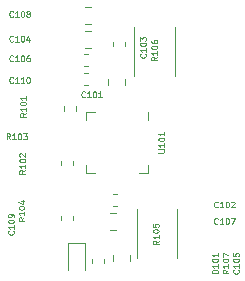
<source format=gbr>
G04 #@! TF.GenerationSoftware,KiCad,Pcbnew,(5.1.5)-3*
G04 #@! TF.CreationDate,2020-05-13T09:52:28+02:00*
G04 #@! TF.ProjectId,3D_Printer_Stepper_TMC2209,33445f50-7269-46e7-9465-725f53746570,rev?*
G04 #@! TF.SameCoordinates,Original*
G04 #@! TF.FileFunction,Legend,Top*
G04 #@! TF.FilePolarity,Positive*
%FSLAX46Y46*%
G04 Gerber Fmt 4.6, Leading zero omitted, Abs format (unit mm)*
G04 Created by KiCad (PCBNEW (5.1.5)-3) date 2020-05-13 09:52:28*
%MOMM*%
%LPD*%
G04 APERTURE LIST*
%ADD10C,0.120000*%
%ADD11C,0.125000*%
G04 APERTURE END LIST*
D10*
X31610000Y-34835000D02*
X31610000Y-35560000D01*
X31610000Y-35560000D02*
X30885000Y-35560000D01*
X26390000Y-31065000D02*
X26390000Y-30340000D01*
X26390000Y-30340000D02*
X27115000Y-30340000D01*
X26390000Y-34835000D02*
X26390000Y-35560000D01*
X26390000Y-35560000D02*
X27115000Y-35560000D01*
X31610000Y-31065000D02*
X31610000Y-30340000D01*
X29710000Y-27603922D02*
X29710000Y-28121078D01*
X28290000Y-27603922D02*
X28290000Y-28121078D01*
X28649721Y-37336000D02*
X28975279Y-37336000D01*
X28649721Y-38356000D02*
X28975279Y-38356000D01*
X28690000Y-24449721D02*
X28690000Y-24775279D01*
X29710000Y-24449721D02*
X29710000Y-24775279D01*
X26303922Y-24910000D02*
X26821078Y-24910000D01*
X26303922Y-23490000D02*
X26821078Y-23490000D01*
X28690000Y-42996078D02*
X28690000Y-42478922D01*
X30110000Y-42996078D02*
X30110000Y-42478922D01*
X26249721Y-26510000D02*
X26575279Y-26510000D01*
X26249721Y-25490000D02*
X26575279Y-25490000D01*
X28921078Y-38914000D02*
X28403922Y-38914000D01*
X28921078Y-40334000D02*
X28403922Y-40334000D01*
X26821078Y-22910000D02*
X26303922Y-22910000D01*
X26821078Y-21490000D02*
X26303922Y-21490000D01*
X24290000Y-39494779D02*
X24290000Y-39169221D01*
X25310000Y-39494779D02*
X25310000Y-39169221D01*
X26562779Y-28110000D02*
X26237221Y-28110000D01*
X26562779Y-27090000D02*
X26237221Y-27090000D01*
X26335000Y-43787500D02*
X26335000Y-41502500D01*
X26335000Y-41502500D02*
X24865000Y-41502500D01*
X24865000Y-41502500D02*
X24865000Y-43787500D01*
X25510000Y-29903733D02*
X25510000Y-30246267D01*
X24490000Y-29903733D02*
X24490000Y-30246267D01*
X24255000Y-34503733D02*
X24255000Y-34846267D01*
X25275000Y-34503733D02*
X25275000Y-34846267D01*
X34110000Y-42702064D02*
X34110000Y-38597936D01*
X30690000Y-42702064D02*
X30690000Y-38597936D01*
X33910000Y-23199936D02*
X33910000Y-27304064D01*
X30490000Y-23199936D02*
X30490000Y-27304064D01*
X27910000Y-42824721D02*
X27910000Y-43150279D01*
X26890000Y-42824721D02*
X26890000Y-43150279D01*
D11*
X32526190Y-33807142D02*
X32930952Y-33807142D01*
X32978571Y-33783333D01*
X33002380Y-33759523D01*
X33026190Y-33711904D01*
X33026190Y-33616666D01*
X33002380Y-33569047D01*
X32978571Y-33545238D01*
X32930952Y-33521428D01*
X32526190Y-33521428D01*
X33026190Y-33021428D02*
X33026190Y-33307142D01*
X33026190Y-33164285D02*
X32526190Y-33164285D01*
X32597619Y-33211904D01*
X32645238Y-33259523D01*
X32669047Y-33307142D01*
X32526190Y-32711904D02*
X32526190Y-32664285D01*
X32550000Y-32616666D01*
X32573809Y-32592857D01*
X32621428Y-32569047D01*
X32716666Y-32545238D01*
X32835714Y-32545238D01*
X32930952Y-32569047D01*
X32978571Y-32592857D01*
X33002380Y-32616666D01*
X33026190Y-32664285D01*
X33026190Y-32711904D01*
X33002380Y-32759523D01*
X32978571Y-32783333D01*
X32930952Y-32807142D01*
X32835714Y-32830952D01*
X32716666Y-32830952D01*
X32621428Y-32807142D01*
X32573809Y-32783333D01*
X32550000Y-32759523D01*
X32526190Y-32711904D01*
X33026190Y-32069047D02*
X33026190Y-32354761D01*
X33026190Y-32211904D02*
X32526190Y-32211904D01*
X32597619Y-32259523D01*
X32645238Y-32307142D01*
X32669047Y-32354761D01*
X26300976Y-29071071D02*
X26277166Y-29094880D01*
X26205738Y-29118690D01*
X26158119Y-29118690D01*
X26086690Y-29094880D01*
X26039071Y-29047261D01*
X26015261Y-28999642D01*
X25991452Y-28904404D01*
X25991452Y-28832976D01*
X26015261Y-28737738D01*
X26039071Y-28690119D01*
X26086690Y-28642500D01*
X26158119Y-28618690D01*
X26205738Y-28618690D01*
X26277166Y-28642500D01*
X26300976Y-28666309D01*
X26777166Y-29118690D02*
X26491452Y-29118690D01*
X26634309Y-29118690D02*
X26634309Y-28618690D01*
X26586690Y-28690119D01*
X26539071Y-28737738D01*
X26491452Y-28761547D01*
X27086690Y-28618690D02*
X27134309Y-28618690D01*
X27181928Y-28642500D01*
X27205738Y-28666309D01*
X27229547Y-28713928D01*
X27253357Y-28809166D01*
X27253357Y-28928214D01*
X27229547Y-29023452D01*
X27205738Y-29071071D01*
X27181928Y-29094880D01*
X27134309Y-29118690D01*
X27086690Y-29118690D01*
X27039071Y-29094880D01*
X27015261Y-29071071D01*
X26991452Y-29023452D01*
X26967642Y-28928214D01*
X26967642Y-28809166D01*
X26991452Y-28713928D01*
X27015261Y-28666309D01*
X27039071Y-28642500D01*
X27086690Y-28618690D01*
X27729547Y-29118690D02*
X27443833Y-29118690D01*
X27586690Y-29118690D02*
X27586690Y-28618690D01*
X27539071Y-28690119D01*
X27491452Y-28737738D01*
X27443833Y-28761547D01*
X37540476Y-38405571D02*
X37516666Y-38429380D01*
X37445238Y-38453190D01*
X37397619Y-38453190D01*
X37326190Y-38429380D01*
X37278571Y-38381761D01*
X37254761Y-38334142D01*
X37230952Y-38238904D01*
X37230952Y-38167476D01*
X37254761Y-38072238D01*
X37278571Y-38024619D01*
X37326190Y-37977000D01*
X37397619Y-37953190D01*
X37445238Y-37953190D01*
X37516666Y-37977000D01*
X37540476Y-38000809D01*
X38016666Y-38453190D02*
X37730952Y-38453190D01*
X37873809Y-38453190D02*
X37873809Y-37953190D01*
X37826190Y-38024619D01*
X37778571Y-38072238D01*
X37730952Y-38096047D01*
X38326190Y-37953190D02*
X38373809Y-37953190D01*
X38421428Y-37977000D01*
X38445238Y-38000809D01*
X38469047Y-38048428D01*
X38492857Y-38143666D01*
X38492857Y-38262714D01*
X38469047Y-38357952D01*
X38445238Y-38405571D01*
X38421428Y-38429380D01*
X38373809Y-38453190D01*
X38326190Y-38453190D01*
X38278571Y-38429380D01*
X38254761Y-38405571D01*
X38230952Y-38357952D01*
X38207142Y-38262714D01*
X38207142Y-38143666D01*
X38230952Y-38048428D01*
X38254761Y-38000809D01*
X38278571Y-37977000D01*
X38326190Y-37953190D01*
X38683333Y-38000809D02*
X38707142Y-37977000D01*
X38754761Y-37953190D01*
X38873809Y-37953190D01*
X38921428Y-37977000D01*
X38945238Y-38000809D01*
X38969047Y-38048428D01*
X38969047Y-38096047D01*
X38945238Y-38167476D01*
X38659523Y-38453190D01*
X38969047Y-38453190D01*
X31420571Y-25451523D02*
X31444380Y-25475333D01*
X31468190Y-25546761D01*
X31468190Y-25594380D01*
X31444380Y-25665809D01*
X31396761Y-25713428D01*
X31349142Y-25737238D01*
X31253904Y-25761047D01*
X31182476Y-25761047D01*
X31087238Y-25737238D01*
X31039619Y-25713428D01*
X30992000Y-25665809D01*
X30968190Y-25594380D01*
X30968190Y-25546761D01*
X30992000Y-25475333D01*
X31015809Y-25451523D01*
X31468190Y-24975333D02*
X31468190Y-25261047D01*
X31468190Y-25118190D02*
X30968190Y-25118190D01*
X31039619Y-25165809D01*
X31087238Y-25213428D01*
X31111047Y-25261047D01*
X30968190Y-24665809D02*
X30968190Y-24618190D01*
X30992000Y-24570571D01*
X31015809Y-24546761D01*
X31063428Y-24522952D01*
X31158666Y-24499142D01*
X31277714Y-24499142D01*
X31372952Y-24522952D01*
X31420571Y-24546761D01*
X31444380Y-24570571D01*
X31468190Y-24618190D01*
X31468190Y-24665809D01*
X31444380Y-24713428D01*
X31420571Y-24737238D01*
X31372952Y-24761047D01*
X31277714Y-24784857D01*
X31158666Y-24784857D01*
X31063428Y-24761047D01*
X31015809Y-24737238D01*
X30992000Y-24713428D01*
X30968190Y-24665809D01*
X30968190Y-24332476D02*
X30968190Y-24022952D01*
X31158666Y-24189619D01*
X31158666Y-24118190D01*
X31182476Y-24070571D01*
X31206285Y-24046761D01*
X31253904Y-24022952D01*
X31372952Y-24022952D01*
X31420571Y-24046761D01*
X31444380Y-24070571D01*
X31468190Y-24118190D01*
X31468190Y-24261047D01*
X31444380Y-24308666D01*
X31420571Y-24332476D01*
X20204976Y-24372071D02*
X20181166Y-24395880D01*
X20109738Y-24419690D01*
X20062119Y-24419690D01*
X19990690Y-24395880D01*
X19943071Y-24348261D01*
X19919261Y-24300642D01*
X19895452Y-24205404D01*
X19895452Y-24133976D01*
X19919261Y-24038738D01*
X19943071Y-23991119D01*
X19990690Y-23943500D01*
X20062119Y-23919690D01*
X20109738Y-23919690D01*
X20181166Y-23943500D01*
X20204976Y-23967309D01*
X20681166Y-24419690D02*
X20395452Y-24419690D01*
X20538309Y-24419690D02*
X20538309Y-23919690D01*
X20490690Y-23991119D01*
X20443071Y-24038738D01*
X20395452Y-24062547D01*
X20990690Y-23919690D02*
X21038309Y-23919690D01*
X21085928Y-23943500D01*
X21109738Y-23967309D01*
X21133547Y-24014928D01*
X21157357Y-24110166D01*
X21157357Y-24229214D01*
X21133547Y-24324452D01*
X21109738Y-24372071D01*
X21085928Y-24395880D01*
X21038309Y-24419690D01*
X20990690Y-24419690D01*
X20943071Y-24395880D01*
X20919261Y-24372071D01*
X20895452Y-24324452D01*
X20871642Y-24229214D01*
X20871642Y-24110166D01*
X20895452Y-24014928D01*
X20919261Y-23967309D01*
X20943071Y-23943500D01*
X20990690Y-23919690D01*
X21585928Y-24086357D02*
X21585928Y-24419690D01*
X21466880Y-23895880D02*
X21347833Y-24253023D01*
X21657357Y-24253023D01*
X39294571Y-43739523D02*
X39318380Y-43763333D01*
X39342190Y-43834761D01*
X39342190Y-43882380D01*
X39318380Y-43953809D01*
X39270761Y-44001428D01*
X39223142Y-44025238D01*
X39127904Y-44049047D01*
X39056476Y-44049047D01*
X38961238Y-44025238D01*
X38913619Y-44001428D01*
X38866000Y-43953809D01*
X38842190Y-43882380D01*
X38842190Y-43834761D01*
X38866000Y-43763333D01*
X38889809Y-43739523D01*
X39342190Y-43263333D02*
X39342190Y-43549047D01*
X39342190Y-43406190D02*
X38842190Y-43406190D01*
X38913619Y-43453809D01*
X38961238Y-43501428D01*
X38985047Y-43549047D01*
X38842190Y-42953809D02*
X38842190Y-42906190D01*
X38866000Y-42858571D01*
X38889809Y-42834761D01*
X38937428Y-42810952D01*
X39032666Y-42787142D01*
X39151714Y-42787142D01*
X39246952Y-42810952D01*
X39294571Y-42834761D01*
X39318380Y-42858571D01*
X39342190Y-42906190D01*
X39342190Y-42953809D01*
X39318380Y-43001428D01*
X39294571Y-43025238D01*
X39246952Y-43049047D01*
X39151714Y-43072857D01*
X39032666Y-43072857D01*
X38937428Y-43049047D01*
X38889809Y-43025238D01*
X38866000Y-43001428D01*
X38842190Y-42953809D01*
X38842190Y-42334761D02*
X38842190Y-42572857D01*
X39080285Y-42596666D01*
X39056476Y-42572857D01*
X39032666Y-42525238D01*
X39032666Y-42406190D01*
X39056476Y-42358571D01*
X39080285Y-42334761D01*
X39127904Y-42310952D01*
X39246952Y-42310952D01*
X39294571Y-42334761D01*
X39318380Y-42358571D01*
X39342190Y-42406190D01*
X39342190Y-42525238D01*
X39318380Y-42572857D01*
X39294571Y-42596666D01*
X20204976Y-26023071D02*
X20181166Y-26046880D01*
X20109738Y-26070690D01*
X20062119Y-26070690D01*
X19990690Y-26046880D01*
X19943071Y-25999261D01*
X19919261Y-25951642D01*
X19895452Y-25856404D01*
X19895452Y-25784976D01*
X19919261Y-25689738D01*
X19943071Y-25642119D01*
X19990690Y-25594500D01*
X20062119Y-25570690D01*
X20109738Y-25570690D01*
X20181166Y-25594500D01*
X20204976Y-25618309D01*
X20681166Y-26070690D02*
X20395452Y-26070690D01*
X20538309Y-26070690D02*
X20538309Y-25570690D01*
X20490690Y-25642119D01*
X20443071Y-25689738D01*
X20395452Y-25713547D01*
X20990690Y-25570690D02*
X21038309Y-25570690D01*
X21085928Y-25594500D01*
X21109738Y-25618309D01*
X21133547Y-25665928D01*
X21157357Y-25761166D01*
X21157357Y-25880214D01*
X21133547Y-25975452D01*
X21109738Y-26023071D01*
X21085928Y-26046880D01*
X21038309Y-26070690D01*
X20990690Y-26070690D01*
X20943071Y-26046880D01*
X20919261Y-26023071D01*
X20895452Y-25975452D01*
X20871642Y-25880214D01*
X20871642Y-25761166D01*
X20895452Y-25665928D01*
X20919261Y-25618309D01*
X20943071Y-25594500D01*
X20990690Y-25570690D01*
X21585928Y-25570690D02*
X21490690Y-25570690D01*
X21443071Y-25594500D01*
X21419261Y-25618309D01*
X21371642Y-25689738D01*
X21347833Y-25784976D01*
X21347833Y-25975452D01*
X21371642Y-26023071D01*
X21395452Y-26046880D01*
X21443071Y-26070690D01*
X21538309Y-26070690D01*
X21585928Y-26046880D01*
X21609738Y-26023071D01*
X21633547Y-25975452D01*
X21633547Y-25856404D01*
X21609738Y-25808785D01*
X21585928Y-25784976D01*
X21538309Y-25761166D01*
X21443071Y-25761166D01*
X21395452Y-25784976D01*
X21371642Y-25808785D01*
X21347833Y-25856404D01*
X37540476Y-39802571D02*
X37516666Y-39826380D01*
X37445238Y-39850190D01*
X37397619Y-39850190D01*
X37326190Y-39826380D01*
X37278571Y-39778761D01*
X37254761Y-39731142D01*
X37230952Y-39635904D01*
X37230952Y-39564476D01*
X37254761Y-39469238D01*
X37278571Y-39421619D01*
X37326190Y-39374000D01*
X37397619Y-39350190D01*
X37445238Y-39350190D01*
X37516666Y-39374000D01*
X37540476Y-39397809D01*
X38016666Y-39850190D02*
X37730952Y-39850190D01*
X37873809Y-39850190D02*
X37873809Y-39350190D01*
X37826190Y-39421619D01*
X37778571Y-39469238D01*
X37730952Y-39493047D01*
X38326190Y-39350190D02*
X38373809Y-39350190D01*
X38421428Y-39374000D01*
X38445238Y-39397809D01*
X38469047Y-39445428D01*
X38492857Y-39540666D01*
X38492857Y-39659714D01*
X38469047Y-39754952D01*
X38445238Y-39802571D01*
X38421428Y-39826380D01*
X38373809Y-39850190D01*
X38326190Y-39850190D01*
X38278571Y-39826380D01*
X38254761Y-39802571D01*
X38230952Y-39754952D01*
X38207142Y-39659714D01*
X38207142Y-39540666D01*
X38230952Y-39445428D01*
X38254761Y-39397809D01*
X38278571Y-39374000D01*
X38326190Y-39350190D01*
X38659523Y-39350190D02*
X38992857Y-39350190D01*
X38778571Y-39850190D01*
X20204976Y-22276571D02*
X20181166Y-22300380D01*
X20109738Y-22324190D01*
X20062119Y-22324190D01*
X19990690Y-22300380D01*
X19943071Y-22252761D01*
X19919261Y-22205142D01*
X19895452Y-22109904D01*
X19895452Y-22038476D01*
X19919261Y-21943238D01*
X19943071Y-21895619D01*
X19990690Y-21848000D01*
X20062119Y-21824190D01*
X20109738Y-21824190D01*
X20181166Y-21848000D01*
X20204976Y-21871809D01*
X20681166Y-22324190D02*
X20395452Y-22324190D01*
X20538309Y-22324190D02*
X20538309Y-21824190D01*
X20490690Y-21895619D01*
X20443071Y-21943238D01*
X20395452Y-21967047D01*
X20990690Y-21824190D02*
X21038309Y-21824190D01*
X21085928Y-21848000D01*
X21109738Y-21871809D01*
X21133547Y-21919428D01*
X21157357Y-22014666D01*
X21157357Y-22133714D01*
X21133547Y-22228952D01*
X21109738Y-22276571D01*
X21085928Y-22300380D01*
X21038309Y-22324190D01*
X20990690Y-22324190D01*
X20943071Y-22300380D01*
X20919261Y-22276571D01*
X20895452Y-22228952D01*
X20871642Y-22133714D01*
X20871642Y-22014666D01*
X20895452Y-21919428D01*
X20919261Y-21871809D01*
X20943071Y-21848000D01*
X20990690Y-21824190D01*
X21443071Y-22038476D02*
X21395452Y-22014666D01*
X21371642Y-21990857D01*
X21347833Y-21943238D01*
X21347833Y-21919428D01*
X21371642Y-21871809D01*
X21395452Y-21848000D01*
X21443071Y-21824190D01*
X21538309Y-21824190D01*
X21585928Y-21848000D01*
X21609738Y-21871809D01*
X21633547Y-21919428D01*
X21633547Y-21943238D01*
X21609738Y-21990857D01*
X21585928Y-22014666D01*
X21538309Y-22038476D01*
X21443071Y-22038476D01*
X21395452Y-22062285D01*
X21371642Y-22086095D01*
X21347833Y-22133714D01*
X21347833Y-22228952D01*
X21371642Y-22276571D01*
X21395452Y-22300380D01*
X21443071Y-22324190D01*
X21538309Y-22324190D01*
X21585928Y-22300380D01*
X21609738Y-22276571D01*
X21633547Y-22228952D01*
X21633547Y-22133714D01*
X21609738Y-22086095D01*
X21585928Y-22062285D01*
X21538309Y-22038476D01*
X20244571Y-40439023D02*
X20268380Y-40462833D01*
X20292190Y-40534261D01*
X20292190Y-40581880D01*
X20268380Y-40653309D01*
X20220761Y-40700928D01*
X20173142Y-40724738D01*
X20077904Y-40748547D01*
X20006476Y-40748547D01*
X19911238Y-40724738D01*
X19863619Y-40700928D01*
X19816000Y-40653309D01*
X19792190Y-40581880D01*
X19792190Y-40534261D01*
X19816000Y-40462833D01*
X19839809Y-40439023D01*
X20292190Y-39962833D02*
X20292190Y-40248547D01*
X20292190Y-40105690D02*
X19792190Y-40105690D01*
X19863619Y-40153309D01*
X19911238Y-40200928D01*
X19935047Y-40248547D01*
X19792190Y-39653309D02*
X19792190Y-39605690D01*
X19816000Y-39558071D01*
X19839809Y-39534261D01*
X19887428Y-39510452D01*
X19982666Y-39486642D01*
X20101714Y-39486642D01*
X20196952Y-39510452D01*
X20244571Y-39534261D01*
X20268380Y-39558071D01*
X20292190Y-39605690D01*
X20292190Y-39653309D01*
X20268380Y-39700928D01*
X20244571Y-39724738D01*
X20196952Y-39748547D01*
X20101714Y-39772357D01*
X19982666Y-39772357D01*
X19887428Y-39748547D01*
X19839809Y-39724738D01*
X19816000Y-39700928D01*
X19792190Y-39653309D01*
X20292190Y-39248547D02*
X20292190Y-39153309D01*
X20268380Y-39105690D01*
X20244571Y-39081880D01*
X20173142Y-39034261D01*
X20077904Y-39010452D01*
X19887428Y-39010452D01*
X19839809Y-39034261D01*
X19816000Y-39058071D01*
X19792190Y-39105690D01*
X19792190Y-39200928D01*
X19816000Y-39248547D01*
X19839809Y-39272357D01*
X19887428Y-39296166D01*
X20006476Y-39296166D01*
X20054095Y-39272357D01*
X20077904Y-39248547D01*
X20101714Y-39200928D01*
X20101714Y-39105690D01*
X20077904Y-39058071D01*
X20054095Y-39034261D01*
X20006476Y-39010452D01*
X20204976Y-27864571D02*
X20181166Y-27888380D01*
X20109738Y-27912190D01*
X20062119Y-27912190D01*
X19990690Y-27888380D01*
X19943071Y-27840761D01*
X19919261Y-27793142D01*
X19895452Y-27697904D01*
X19895452Y-27626476D01*
X19919261Y-27531238D01*
X19943071Y-27483619D01*
X19990690Y-27436000D01*
X20062119Y-27412190D01*
X20109738Y-27412190D01*
X20181166Y-27436000D01*
X20204976Y-27459809D01*
X20681166Y-27912190D02*
X20395452Y-27912190D01*
X20538309Y-27912190D02*
X20538309Y-27412190D01*
X20490690Y-27483619D01*
X20443071Y-27531238D01*
X20395452Y-27555047D01*
X21157357Y-27912190D02*
X20871642Y-27912190D01*
X21014500Y-27912190D02*
X21014500Y-27412190D01*
X20966880Y-27483619D01*
X20919261Y-27531238D01*
X20871642Y-27555047D01*
X21466880Y-27412190D02*
X21514500Y-27412190D01*
X21562119Y-27436000D01*
X21585928Y-27459809D01*
X21609738Y-27507428D01*
X21633547Y-27602666D01*
X21633547Y-27721714D01*
X21609738Y-27816952D01*
X21585928Y-27864571D01*
X21562119Y-27888380D01*
X21514500Y-27912190D01*
X21466880Y-27912190D01*
X21419261Y-27888380D01*
X21395452Y-27864571D01*
X21371642Y-27816952D01*
X21347833Y-27721714D01*
X21347833Y-27602666D01*
X21371642Y-27507428D01*
X21395452Y-27459809D01*
X21419261Y-27436000D01*
X21466880Y-27412190D01*
X37564190Y-44025238D02*
X37064190Y-44025238D01*
X37064190Y-43906190D01*
X37088000Y-43834761D01*
X37135619Y-43787142D01*
X37183238Y-43763333D01*
X37278476Y-43739523D01*
X37349904Y-43739523D01*
X37445142Y-43763333D01*
X37492761Y-43787142D01*
X37540380Y-43834761D01*
X37564190Y-43906190D01*
X37564190Y-44025238D01*
X37564190Y-43263333D02*
X37564190Y-43549047D01*
X37564190Y-43406190D02*
X37064190Y-43406190D01*
X37135619Y-43453809D01*
X37183238Y-43501428D01*
X37207047Y-43549047D01*
X37064190Y-42953809D02*
X37064190Y-42906190D01*
X37088000Y-42858571D01*
X37111809Y-42834761D01*
X37159428Y-42810952D01*
X37254666Y-42787142D01*
X37373714Y-42787142D01*
X37468952Y-42810952D01*
X37516571Y-42834761D01*
X37540380Y-42858571D01*
X37564190Y-42906190D01*
X37564190Y-42953809D01*
X37540380Y-43001428D01*
X37516571Y-43025238D01*
X37468952Y-43049047D01*
X37373714Y-43072857D01*
X37254666Y-43072857D01*
X37159428Y-43049047D01*
X37111809Y-43025238D01*
X37088000Y-43001428D01*
X37064190Y-42953809D01*
X37564190Y-42310952D02*
X37564190Y-42596666D01*
X37564190Y-42453809D02*
X37064190Y-42453809D01*
X37135619Y-42501428D01*
X37183238Y-42549047D01*
X37207047Y-42596666D01*
X21308190Y-30468023D02*
X21070095Y-30634690D01*
X21308190Y-30753738D02*
X20808190Y-30753738D01*
X20808190Y-30563261D01*
X20832000Y-30515642D01*
X20855809Y-30491833D01*
X20903428Y-30468023D01*
X20974857Y-30468023D01*
X21022476Y-30491833D01*
X21046285Y-30515642D01*
X21070095Y-30563261D01*
X21070095Y-30753738D01*
X21308190Y-29991833D02*
X21308190Y-30277547D01*
X21308190Y-30134690D02*
X20808190Y-30134690D01*
X20879619Y-30182309D01*
X20927238Y-30229928D01*
X20951047Y-30277547D01*
X20808190Y-29682309D02*
X20808190Y-29634690D01*
X20832000Y-29587071D01*
X20855809Y-29563261D01*
X20903428Y-29539452D01*
X20998666Y-29515642D01*
X21117714Y-29515642D01*
X21212952Y-29539452D01*
X21260571Y-29563261D01*
X21284380Y-29587071D01*
X21308190Y-29634690D01*
X21308190Y-29682309D01*
X21284380Y-29729928D01*
X21260571Y-29753738D01*
X21212952Y-29777547D01*
X21117714Y-29801357D01*
X20998666Y-29801357D01*
X20903428Y-29777547D01*
X20855809Y-29753738D01*
X20832000Y-29729928D01*
X20808190Y-29682309D01*
X21308190Y-29039452D02*
X21308190Y-29325166D01*
X21308190Y-29182309D02*
X20808190Y-29182309D01*
X20879619Y-29229928D01*
X20927238Y-29277547D01*
X20951047Y-29325166D01*
X21244690Y-35294023D02*
X21006595Y-35460690D01*
X21244690Y-35579738D02*
X20744690Y-35579738D01*
X20744690Y-35389261D01*
X20768500Y-35341642D01*
X20792309Y-35317833D01*
X20839928Y-35294023D01*
X20911357Y-35294023D01*
X20958976Y-35317833D01*
X20982785Y-35341642D01*
X21006595Y-35389261D01*
X21006595Y-35579738D01*
X21244690Y-34817833D02*
X21244690Y-35103547D01*
X21244690Y-34960690D02*
X20744690Y-34960690D01*
X20816119Y-35008309D01*
X20863738Y-35055928D01*
X20887547Y-35103547D01*
X20744690Y-34508309D02*
X20744690Y-34460690D01*
X20768500Y-34413071D01*
X20792309Y-34389261D01*
X20839928Y-34365452D01*
X20935166Y-34341642D01*
X21054214Y-34341642D01*
X21149452Y-34365452D01*
X21197071Y-34389261D01*
X21220880Y-34413071D01*
X21244690Y-34460690D01*
X21244690Y-34508309D01*
X21220880Y-34555928D01*
X21197071Y-34579738D01*
X21149452Y-34603547D01*
X21054214Y-34627357D01*
X20935166Y-34627357D01*
X20839928Y-34603547D01*
X20792309Y-34579738D01*
X20768500Y-34555928D01*
X20744690Y-34508309D01*
X20792309Y-34151166D02*
X20768500Y-34127357D01*
X20744690Y-34079738D01*
X20744690Y-33960690D01*
X20768500Y-33913071D01*
X20792309Y-33889261D01*
X20839928Y-33865452D01*
X20887547Y-33865452D01*
X20958976Y-33889261D01*
X21244690Y-34174976D01*
X21244690Y-33865452D01*
X19950976Y-32674690D02*
X19784309Y-32436595D01*
X19665261Y-32674690D02*
X19665261Y-32174690D01*
X19855738Y-32174690D01*
X19903357Y-32198500D01*
X19927166Y-32222309D01*
X19950976Y-32269928D01*
X19950976Y-32341357D01*
X19927166Y-32388976D01*
X19903357Y-32412785D01*
X19855738Y-32436595D01*
X19665261Y-32436595D01*
X20427166Y-32674690D02*
X20141452Y-32674690D01*
X20284309Y-32674690D02*
X20284309Y-32174690D01*
X20236690Y-32246119D01*
X20189071Y-32293738D01*
X20141452Y-32317547D01*
X20736690Y-32174690D02*
X20784309Y-32174690D01*
X20831928Y-32198500D01*
X20855738Y-32222309D01*
X20879547Y-32269928D01*
X20903357Y-32365166D01*
X20903357Y-32484214D01*
X20879547Y-32579452D01*
X20855738Y-32627071D01*
X20831928Y-32650880D01*
X20784309Y-32674690D01*
X20736690Y-32674690D01*
X20689071Y-32650880D01*
X20665261Y-32627071D01*
X20641452Y-32579452D01*
X20617642Y-32484214D01*
X20617642Y-32365166D01*
X20641452Y-32269928D01*
X20665261Y-32222309D01*
X20689071Y-32198500D01*
X20736690Y-32174690D01*
X21070023Y-32174690D02*
X21379547Y-32174690D01*
X21212880Y-32365166D01*
X21284309Y-32365166D01*
X21331928Y-32388976D01*
X21355738Y-32412785D01*
X21379547Y-32460404D01*
X21379547Y-32579452D01*
X21355738Y-32627071D01*
X21331928Y-32650880D01*
X21284309Y-32674690D01*
X21141452Y-32674690D01*
X21093833Y-32650880D01*
X21070023Y-32627071D01*
X21181190Y-39294523D02*
X20943095Y-39461190D01*
X21181190Y-39580238D02*
X20681190Y-39580238D01*
X20681190Y-39389761D01*
X20705000Y-39342142D01*
X20728809Y-39318333D01*
X20776428Y-39294523D01*
X20847857Y-39294523D01*
X20895476Y-39318333D01*
X20919285Y-39342142D01*
X20943095Y-39389761D01*
X20943095Y-39580238D01*
X21181190Y-38818333D02*
X21181190Y-39104047D01*
X21181190Y-38961190D02*
X20681190Y-38961190D01*
X20752619Y-39008809D01*
X20800238Y-39056428D01*
X20824047Y-39104047D01*
X20681190Y-38508809D02*
X20681190Y-38461190D01*
X20705000Y-38413571D01*
X20728809Y-38389761D01*
X20776428Y-38365952D01*
X20871666Y-38342142D01*
X20990714Y-38342142D01*
X21085952Y-38365952D01*
X21133571Y-38389761D01*
X21157380Y-38413571D01*
X21181190Y-38461190D01*
X21181190Y-38508809D01*
X21157380Y-38556428D01*
X21133571Y-38580238D01*
X21085952Y-38604047D01*
X20990714Y-38627857D01*
X20871666Y-38627857D01*
X20776428Y-38604047D01*
X20728809Y-38580238D01*
X20705000Y-38556428D01*
X20681190Y-38508809D01*
X20847857Y-37913571D02*
X21181190Y-37913571D01*
X20657380Y-38032619D02*
X21014523Y-38151666D01*
X21014523Y-37842142D01*
X32547690Y-41263023D02*
X32309595Y-41429690D01*
X32547690Y-41548738D02*
X32047690Y-41548738D01*
X32047690Y-41358261D01*
X32071500Y-41310642D01*
X32095309Y-41286833D01*
X32142928Y-41263023D01*
X32214357Y-41263023D01*
X32261976Y-41286833D01*
X32285785Y-41310642D01*
X32309595Y-41358261D01*
X32309595Y-41548738D01*
X32547690Y-40786833D02*
X32547690Y-41072547D01*
X32547690Y-40929690D02*
X32047690Y-40929690D01*
X32119119Y-40977309D01*
X32166738Y-41024928D01*
X32190547Y-41072547D01*
X32047690Y-40477309D02*
X32047690Y-40429690D01*
X32071500Y-40382071D01*
X32095309Y-40358261D01*
X32142928Y-40334452D01*
X32238166Y-40310642D01*
X32357214Y-40310642D01*
X32452452Y-40334452D01*
X32500071Y-40358261D01*
X32523880Y-40382071D01*
X32547690Y-40429690D01*
X32547690Y-40477309D01*
X32523880Y-40524928D01*
X32500071Y-40548738D01*
X32452452Y-40572547D01*
X32357214Y-40596357D01*
X32238166Y-40596357D01*
X32142928Y-40572547D01*
X32095309Y-40548738D01*
X32071500Y-40524928D01*
X32047690Y-40477309D01*
X32047690Y-39858261D02*
X32047690Y-40096357D01*
X32285785Y-40120166D01*
X32261976Y-40096357D01*
X32238166Y-40048738D01*
X32238166Y-39929690D01*
X32261976Y-39882071D01*
X32285785Y-39858261D01*
X32333404Y-39834452D01*
X32452452Y-39834452D01*
X32500071Y-39858261D01*
X32523880Y-39882071D01*
X32547690Y-39929690D01*
X32547690Y-40048738D01*
X32523880Y-40096357D01*
X32500071Y-40120166D01*
X32420690Y-25705523D02*
X32182595Y-25872190D01*
X32420690Y-25991238D02*
X31920690Y-25991238D01*
X31920690Y-25800761D01*
X31944500Y-25753142D01*
X31968309Y-25729333D01*
X32015928Y-25705523D01*
X32087357Y-25705523D01*
X32134976Y-25729333D01*
X32158785Y-25753142D01*
X32182595Y-25800761D01*
X32182595Y-25991238D01*
X32420690Y-25229333D02*
X32420690Y-25515047D01*
X32420690Y-25372190D02*
X31920690Y-25372190D01*
X31992119Y-25419809D01*
X32039738Y-25467428D01*
X32063547Y-25515047D01*
X31920690Y-24919809D02*
X31920690Y-24872190D01*
X31944500Y-24824571D01*
X31968309Y-24800761D01*
X32015928Y-24776952D01*
X32111166Y-24753142D01*
X32230214Y-24753142D01*
X32325452Y-24776952D01*
X32373071Y-24800761D01*
X32396880Y-24824571D01*
X32420690Y-24872190D01*
X32420690Y-24919809D01*
X32396880Y-24967428D01*
X32373071Y-24991238D01*
X32325452Y-25015047D01*
X32230214Y-25038857D01*
X32111166Y-25038857D01*
X32015928Y-25015047D01*
X31968309Y-24991238D01*
X31944500Y-24967428D01*
X31920690Y-24919809D01*
X31920690Y-24324571D02*
X31920690Y-24419809D01*
X31944500Y-24467428D01*
X31968309Y-24491238D01*
X32039738Y-24538857D01*
X32134976Y-24562666D01*
X32325452Y-24562666D01*
X32373071Y-24538857D01*
X32396880Y-24515047D01*
X32420690Y-24467428D01*
X32420690Y-24372190D01*
X32396880Y-24324571D01*
X32373071Y-24300761D01*
X32325452Y-24276952D01*
X32206404Y-24276952D01*
X32158785Y-24300761D01*
X32134976Y-24324571D01*
X32111166Y-24372190D01*
X32111166Y-24467428D01*
X32134976Y-24515047D01*
X32158785Y-24538857D01*
X32206404Y-24562666D01*
X38453190Y-43739523D02*
X38215095Y-43906190D01*
X38453190Y-44025238D02*
X37953190Y-44025238D01*
X37953190Y-43834761D01*
X37977000Y-43787142D01*
X38000809Y-43763333D01*
X38048428Y-43739523D01*
X38119857Y-43739523D01*
X38167476Y-43763333D01*
X38191285Y-43787142D01*
X38215095Y-43834761D01*
X38215095Y-44025238D01*
X38453190Y-43263333D02*
X38453190Y-43549047D01*
X38453190Y-43406190D02*
X37953190Y-43406190D01*
X38024619Y-43453809D01*
X38072238Y-43501428D01*
X38096047Y-43549047D01*
X37953190Y-42953809D02*
X37953190Y-42906190D01*
X37977000Y-42858571D01*
X38000809Y-42834761D01*
X38048428Y-42810952D01*
X38143666Y-42787142D01*
X38262714Y-42787142D01*
X38357952Y-42810952D01*
X38405571Y-42834761D01*
X38429380Y-42858571D01*
X38453190Y-42906190D01*
X38453190Y-42953809D01*
X38429380Y-43001428D01*
X38405571Y-43025238D01*
X38357952Y-43049047D01*
X38262714Y-43072857D01*
X38143666Y-43072857D01*
X38048428Y-43049047D01*
X38000809Y-43025238D01*
X37977000Y-43001428D01*
X37953190Y-42953809D01*
X37953190Y-42620476D02*
X37953190Y-42287142D01*
X38453190Y-42501428D01*
M02*

</source>
